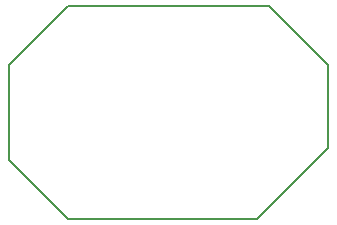
<source format=gbr>
G04 #@! TF.FileFunction,Profile,NP*
%FSLAX46Y46*%
G04 Gerber Fmt 4.6, Leading zero omitted, Abs format (unit mm)*
G04 Created by KiCad (PCBNEW 4.0.5) date Thursday 06 April 2017 14:50:29*
%MOMM*%
%LPD*%
G01*
G04 APERTURE LIST*
%ADD10C,0.100000*%
%ADD11C,0.150000*%
G04 APERTURE END LIST*
D10*
D11*
X22000000Y18000000D02*
X5000000Y18000000D01*
X27000000Y13000000D02*
X22000000Y18000000D01*
X27000000Y6000000D02*
X27000000Y13000000D01*
X21000000Y0D02*
X27000000Y6000000D01*
X5000000Y0D02*
X21000000Y0D01*
X0Y5000000D02*
X5000000Y0D01*
X0Y13000000D02*
X0Y5000000D01*
X5000000Y18000000D02*
X0Y13000000D01*
M02*

</source>
